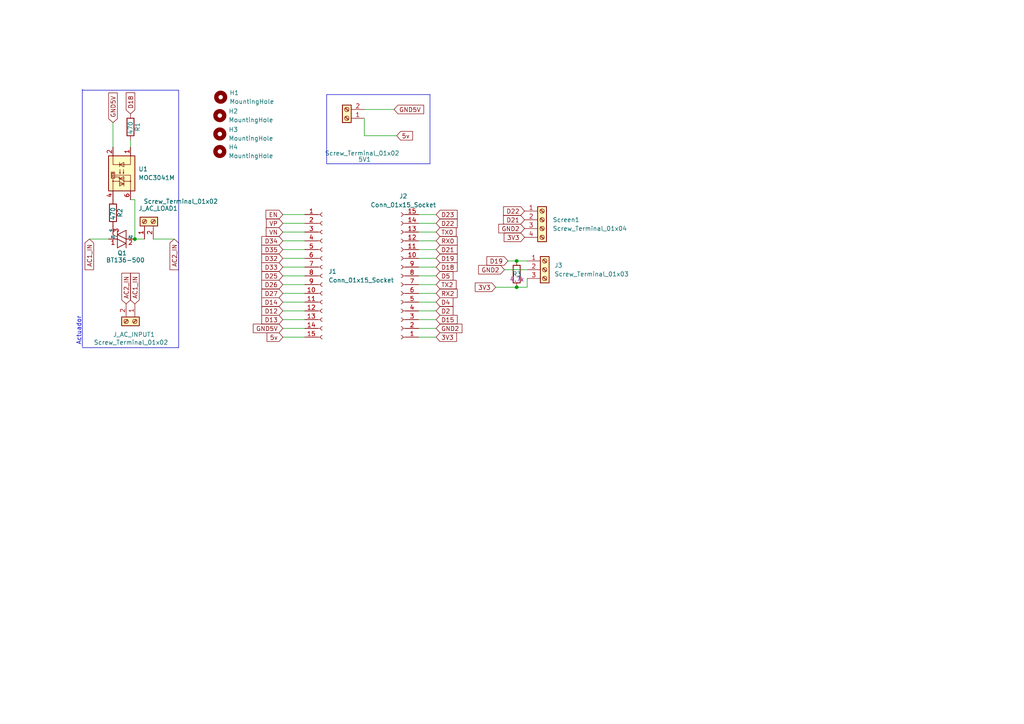
<source format=kicad_sch>
(kicad_sch (version 20230121) (generator eeschema)
  (paper "A4")
  (lib_symbols
    (symbol "Connector:Conn_01x15_Socket" (pin_names (offset 1.016) hide)
      (property "Reference" "J" (at 0 20.32 0))
      (property "Value" "Conn_01x15_Socket" (at 0 -20.32 0))
      (symbol "Conn_01x15_Socket_1_1"
        (arc (start 0 -17.272) (mid -0.5058 -17.78) (end 0 -18.288) (stroke (width 0.1524)))
        (arc (start 0 -14.732) (mid -0.5058 -15.24) (end 0 -15.748) (stroke (width 0.1524)))
        (arc (start 0 -12.192) (mid -0.5058 -12.7) (end 0 -13.208) (stroke (width 0.1524)))
        (arc (start 0 -9.652) (mid -0.5058 -10.16) (end 0 -10.668) (stroke (width 0.1524)))
        (arc (start 0 -7.112) (mid -0.5058 -7.62) (end 0 -8.128) (stroke (width 0.1524)))
        (arc (start 0 -4.572) (mid -0.5058 -5.08) (end 0 -5.588) (stroke (width 0.1524)))
        (arc (start 0 -2.032) (mid -0.5058 -2.54) (end 0 -3.048) (stroke (width 0.1524)))
        (polyline (pts (xy -1.27 -17.78) (xy -0.508 -17.78)) (stroke (width 0.1524)))
        (polyline (pts (xy -1.27 -15.24) (xy -0.508 -15.24)) (stroke (width 0.1524)))
        (polyline (pts (xy -1.27 -12.7) (xy -0.508 -12.7)) (stroke (width 0.1524)))
        (polyline (pts (xy -1.27 -10.16) (xy -0.508 -10.16)) (stroke (width 0.1524)))
        (polyline (pts (xy -1.27 -7.62) (xy -0.508 -7.62)) (stroke (width 0.1524)))
        (polyline (pts (xy -1.27 -5.08) (xy -0.508 -5.08)) (stroke (width 0.1524)))
        (polyline (pts (xy -1.27 -2.54) (xy -0.508 -2.54)) (stroke (width 0.1524)))
        (polyline (pts (xy -1.27 0) (xy -0.508 0)) (stroke (width 0.1524)))
        (polyline (pts (xy -1.27 2.54) (xy -0.508 2.54)) (stroke (width 0.1524)))
        (polyline (pts (xy -1.27 5.08) (xy -0.508 5.08)) (stroke (width 0.1524)))
        (polyline (pts (xy -1.27 7.62) (xy -0.508 7.62)) (stroke (width 0.1524)))
        (polyline (pts (xy -1.27 10.16) (xy -0.508 10.16)) (stroke (width 0.1524)))
        (polyline (pts (xy -1.27 12.7) (xy -0.508 12.7)) (stroke (width 0.1524)))
        (polyline (pts (xy -1.27 15.24) (xy -0.508 15.24)) (stroke (width 0.1524)))
        (polyline (pts (xy -1.27 17.78) (xy -0.508 17.78)) (stroke (width 0.1524)))
        (arc (start 0 0.508) (mid -0.5058 0) (end 0 -0.508) (stroke (width 0.1524)))
        (arc (start 0 3.048) (mid -0.5058 2.54) (end 0 2.032) (stroke (width 0.1524)))
        (arc (start 0 5.588) (mid -0.5058 5.08) (end 0 4.572) (stroke (width 0.1524)))
        (arc (start 0 8.128) (mid -0.5058 7.62) (end 0 7.112) (stroke (width 0.1524)))
        (arc (start 0 10.668) (mid -0.5058 10.16) (end 0 9.652) (stroke (width 0.1524)))
        (arc (start 0 13.208) (mid -0.5058 12.7) (end 0 12.192) (stroke (width 0.1524)))
        (arc (start 0 15.748) (mid -0.5058 15.24) (end 0 14.732) (stroke (width 0.1524)))
        (arc (start 0 18.288) (mid -0.5058 17.78) (end 0 17.272) (stroke (width 0.1524)))
        (pin passive line (at -5.08 17.78 0) (length 3.81) (name "Pin_1") (number "1"))
        (pin passive line (at -5.08 -5.08 0) (length 3.81) (name "Pin_10") (number "10"))
        (pin passive line (at -5.08 -7.62 0) (length 3.81) (name "Pin_11") (number "11"))
        (pin passive line (at -5.08 -10.16 0) (length 3.81) (name "Pin_12") (number "12"))
        (pin passive line (at -5.08 -12.7 0) (length 3.81) (name "Pin_13") (number "13"))
        (pin passive line (at -5.08 -15.24 0) (length 3.81) (name "Pin_14") (number "14"))
        (pin passive line (at -5.08 -17.78 0) (length 3.81) (name "Pin_15") (number "15"))
        (pin passive line (at -5.08 15.24 0) (length 3.81) (name "Pin_2") (number "2"))
        (pin passive line (at -5.08 12.7 0) (length 3.81) (name "Pin_3") (number "3"))
        (pin passive line (at -5.08 10.16 0) (length 3.81) (name "Pin_4") (number "4"))
        (pin passive line (at -5.08 7.62 0) (length 3.81) (name "Pin_5") (number "5"))
        (pin passive line (at -5.08 5.08 0) (length 3.81) (name "Pin_6") (number "6"))
        (pin passive line (at -5.08 2.54 0) (length 3.81) (name "Pin_7") (number "7"))
        (pin passive line (at -5.08 0 0) (length 3.81) (name "Pin_8") (number "8"))
        (pin passive line (at -5.08 -2.54 0) (length 3.81) (name "Pin_9") (number "9"))
      )
    )
    (symbol "Connector:Screw_Terminal_01x02" (pin_names (offset 1.016) hide)
      (property "Reference" "J" (at 0 2.54 0))
      (property "Value" "Screw_Terminal_01x02" (at 0 -5.08 0))
      (symbol "Screw_Terminal_01x02_1_1"
        (rectangle (start -1.27 1.27) (end 1.27 -3.81) (stroke (width 0.254)) (fill (type background)))
        (circle (center 0 -2.54) (radius 0.635) (stroke (width 0.1524)))
        (polyline (pts (xy -0.5334 -2.2098) (xy 0.3302 -3.048)) (stroke (width 0.1524)))
        (polyline (pts (xy -0.5334 0.3302) (xy 0.3302 -0.508)) (stroke (width 0.1524)))
        (polyline (pts (xy -0.3556 -2.032) (xy 0.508 -2.8702)) (stroke (width 0.1524)))
        (polyline (pts (xy -0.3556 0.508) (xy 0.508 -0.3302)) (stroke (width 0.1524)))
        (circle (center 0 0) (radius 0.635) (stroke (width 0.1524)))
        (pin passive line (at -5.08 0 0) (length 3.81) (name "Pin_1") (number "1"))
        (pin passive line (at -5.08 -2.54 0) (length 3.81) (name "Pin_2") (number "2"))
      )
    )
    (symbol "Connector:Screw_Terminal_01x03" (pin_names (offset 1.016) hide)
      (property "Reference" "J" (at 0 5.08 0))
      (property "Value" "Screw_Terminal_01x03" (at 0 -5.08 0))
      (symbol "Screw_Terminal_01x03_1_1"
        (rectangle (start -1.27 3.81) (end 1.27 -3.81) (stroke (width 0.254)) (fill (type background)))
        (circle (center 0 -2.54) (radius 0.635) (stroke (width 0.1524)))
        (polyline (pts (xy -0.5334 -2.2098) (xy 0.3302 -3.048)) (stroke (width 0.1524)))
        (polyline (pts (xy -0.5334 0.3302) (xy 0.3302 -0.508)) (stroke (width 0.1524)))
        (polyline (pts (xy -0.5334 2.8702) (xy 0.3302 2.032)) (stroke (width 0.1524)))
        (polyline (pts (xy -0.3556 -2.032) (xy 0.508 -2.8702)) (stroke (width 0.1524)))
        (polyline (pts (xy -0.3556 0.508) (xy 0.508 -0.3302)) (stroke (width 0.1524)))
        (polyline (pts (xy -0.3556 3.048) (xy 0.508 2.2098)) (stroke (width 0.1524)))
        (circle (center 0 0) (radius 0.635) (stroke (width 0.1524)))
        (circle (center 0 2.54) (radius 0.635) (stroke (width 0.1524)))
        (pin passive line (at -5.08 2.54 0) (length 3.81) (name "Pin_1") (number "1"))
        (pin passive line (at -5.08 0 0) (length 3.81) (name "Pin_2") (number "2"))
        (pin passive line (at -5.08 -2.54 0) (length 3.81) (name "Pin_3") (number "3"))
      )
    )
    (symbol "Connector:Screw_Terminal_01x04" (pin_names (offset 1.016) hide)
      (property "Reference" "J" (at 0 5.08 0))
      (property "Value" "Screw_Terminal_01x04" (at 0 -7.62 0))
      (symbol "Screw_Terminal_01x04_1_1"
        (rectangle (start -1.27 3.81) (end 1.27 -6.35) (stroke (width 0.254)) (fill (type background)))
        (circle (center 0 -5.08) (radius 0.635) (stroke (width 0.1524)))
        (circle (center 0 -2.54) (radius 0.635) (stroke (width 0.1524)))
        (polyline (pts (xy -0.5334 -4.7498) (xy 0.3302 -5.588)) (stroke (width 0.1524)))
        (polyline (pts (xy -0.5334 -2.2098) (xy 0.3302 -3.048)) (stroke (width 0.1524)))
        (polyline (pts (xy -0.5334 0.3302) (xy 0.3302 -0.508)) (stroke (width 0.1524)))
        (polyline (pts (xy -0.5334 2.8702) (xy 0.3302 2.032)) (stroke (width 0.1524)))
        (polyline (pts (xy -0.3556 -4.572) (xy 0.508 -5.4102)) (stroke (width 0.1524)))
        (polyline (pts (xy -0.3556 -2.032) (xy 0.508 -2.8702)) (stroke (width 0.1524)))
        (polyline (pts (xy -0.3556 0.508) (xy 0.508 -0.3302)) (stroke (width 0.1524)))
        (polyline (pts (xy -0.3556 3.048) (xy 0.508 2.2098)) (stroke (width 0.1524)))
        (circle (center 0 0) (radius 0.635) (stroke (width 0.1524)))
        (circle (center 0 2.54) (radius 0.635) (stroke (width 0.1524)))
        (pin passive line (at -5.08 2.54 0) (length 3.81) (name "Pin_1") (number "1"))
        (pin passive line (at -5.08 0 0) (length 3.81) (name "Pin_2") (number "2"))
        (pin passive line (at -5.08 -2.54 0) (length 3.81) (name "Pin_3") (number "3"))
        (pin passive line (at -5.08 -5.08 0) (length 3.81) (name "Pin_4") (number "4"))
      )
    )
    (symbol "Device:R" (pin_numbers hide) (pin_names (offset 0))
      (property "Reference" "R" (at 2.032 0 90))
      (property "Value" "R" (at 0 0 90))
      (symbol "R_0_1"
        (rectangle (start -1.016 -2.54) (end 1.016 2.54) (stroke (width 0.254)))
      )
      (symbol "R_1_1"
        (pin passive line (at 0 3.81 270) (length 1.27) (name "~") (number "1"))
        (pin passive line (at 0 -3.81 90) (length 1.27) (name "~") (number "2"))
      )
    )
    (symbol "Mechanical:MountingHole" (pin_names (offset 1.016))
      (property "Reference" "H" (at 0 5.08 0))
      (property "Value" "MountingHole" (at 0 3.175 0))
      (symbol "MountingHole_0_1"
        (circle (center 0 0) (radius 1.27) (stroke (width 1.27)))
      )
    )
    (symbol "PCM_4ms_Resistor:4.7k_0603" (pin_numbers hide) (pin_names (offset 0))
      (property "Reference" "R" (at 2.032 0 90))
      (property "Display" "4.7k" (at 3.81 0 90))
      (symbol "4.7k_0603_0_1"
        (rectangle (start -1.016 -2.54) (end 1.016 2.54) (stroke (width 0.254)))
      )
      (symbol "4.7k_0603_1_1"
        (pin passive line (at 0 3.81 270) (length 1.27) (name "~") (number "1"))
        (pin passive line (at 0 -3.81 90) (length 1.27) (name "~") (number "2"))
      )
    )
    (symbol "Relay_SolidState:MOC3041M"
      (property "Reference" "U" (at -5.08 5.08 0))
      (property "Value" "MOC3041M" (at 0 5.08 0))
      (symbol "MOC3041M_0_0"
        (rectangle (start -0.381 -2.032) (end 1.397 -3.048))
        (polyline (pts (xy 2.286 -2.54) (xy 1.397 -2.54)))
        (polyline (pts (xy 1.524 -0.635) (xy 1.016 -1.016) (xy 1.016 -2.032)))
        (text "ZCD" (at 0.508 -2.54 0) (effects (font (size 0.508 0.508))))
      )
      (symbol "MOC3041M_0_1"
        (rectangle (start -5.08 3.81) (end 5.08 -3.81) (stroke (width 0.254)) (fill (type background)))
        (polyline (pts (xy -3.175 -0.635) (xy -1.905 -0.635)))
        (polyline (pts (xy 1.524 -0.635) (xy 1.524 0.635)))
        (polyline (pts (xy 3.048 0.635) (xy 3.048 -0.635)))
        (polyline (pts (xy 2.286 -0.635) (xy 2.286 -2.54) (xy 5.08 -2.54)))
        (polyline (pts (xy 2.286 0.635) (xy 2.286 2.54) (xy 5.08 2.54)))
        (polyline (pts (xy 2.286 2.54) (xy 0.508 2.54) (xy 0.508 -2.032)))
        (polyline (pts (xy -5.08 2.54) (xy -2.54 2.54) (xy -2.54 -2.54) (xy -5.08 -2.54)))
        (polyline (pts (xy -2.54 -0.635) (xy -3.175 0.635) (xy -1.905 0.635) (xy -2.54 -0.635)))
        (polyline (pts (xy 0.889 -0.635) (xy 3.683 -0.635) (xy 3.048 0.635) (xy 2.413 -0.635)))
        (polyline (pts (xy 3.683 0.635) (xy 0.889 0.635) (xy 1.524 -0.635) (xy 2.159 0.635)))
        (polyline (pts (xy -1.143 -0.508) (xy 0.127 -0.508) (xy -0.254 -0.635) (xy -0.254 -0.381) (xy 0.127 -0.508)))
        (polyline (pts (xy -1.143 0.508) (xy 0.127 0.508) (xy -0.254 0.381) (xy -0.254 0.635) (xy 0.127 0.508)))
        (circle (center 2.286 -2.54) (radius 0.127))
        (circle (center 2.286 2.54) (radius 0.127))
      )
      (symbol "MOC3041M_1_1"
        (pin passive line (at -7.62 2.54 0) (length 2.54) (name "~") (number "1"))
        (pin passive line (at -7.62 -2.54 0) (length 2.54) (name "~") (number "2"))
        (pin no_connect line (at -5.08 0 0) (length 2.54) hide (name "NC") (number "3"))
        (pin passive line (at 7.62 -2.54 180) (length 2.54) (name "~") (number "4"))
        (pin no_connect line (at 5.08 0 180) (length 2.54) hide (name "NC") (number "5"))
        (pin passive line (at 7.62 2.54 180) (length 2.54) (name "~") (number "6"))
      )
    )
    (symbol "Triac_Thyristor:BT136-500" (pin_names (offset 0))
      (property "Reference" "Q" (at 5.08 1.905 0))
      (property "Value" "BT136-500" (at 5.08 0 0))
      (symbol "BT136-500_0_1"
        (polyline (pts (xy -2.54 -1.27) (xy 2.54 -1.27)) (stroke (width 0.2032)))
        (polyline (pts (xy -2.54 1.27) (xy 2.54 1.27)) (stroke (width 0.2032)))
        (polyline (pts (xy -1.27 -2.54) (xy -0.635 -1.27)))
        (polyline (pts (xy -2.54 1.27) (xy -1.27 -1.27) (xy 0 1.27)) (stroke (width 0.2032)))
        (polyline (pts (xy 0 -1.27) (xy 1.27 1.27) (xy 2.54 -1.27)) (stroke (width 0.2032)))
      )
      (symbol "BT136-500_1_1"
        (pin passive line (at 0 -3.81 90) (length 2.54) (name "A1") (number "1"))
        (pin passive line (at 0 3.81 270) (length 2.54) (name "A2") (number "2"))
        (pin input line (at -3.81 -2.54 0) (length 2.54) (name "G") (number "3"))
      )
    )
  )
  (junction (at 149.86 75.692))
  (junction (at 39.116 69.342))
  (junction (at 149.86 83.312))
  (wire (pts (xy 121.412 64.77) (xy 126.492 64.77)))
  (wire (pts (xy 82.042 95.25) (xy 88.392 95.25)))
  (polyline (pts (xy 94.742 27.432) (xy 94.742 47.498)))
  (wire (pts (xy 121.412 82.55) (xy 126.492 82.55)))
  (wire (pts (xy 82.042 80.01) (xy 88.392 80.01)))
  (polyline (pts (xy 51.816 100.838) (xy 51.816 26.162)))
  (wire (pts (xy 121.412 77.47) (xy 126.492 77.47)))
  (wire (pts (xy 82.042 67.31) (xy 88.392 67.31)))
  (wire (pts (xy 121.412 97.79) (xy 126.492 97.79)))
  (wire (pts (xy 121.412 72.39) (xy 126.492 72.39)))
  (wire (pts (xy 121.412 69.85) (xy 126.492 69.85)))
  (wire (pts (xy 149.86 75.692) (xy 152.908 75.692)))
  (wire (pts (xy 37.846 40.64) (xy 37.846 42.672)))
  (wire (pts (xy 82.042 72.39) (xy 88.392 72.39)))
  (wire (pts (xy 147.32 75.692) (xy 149.86 75.692)))
  (polyline (pts (xy 94.742 27.432) (xy 124.714 27.432)))
  (wire (pts (xy 121.412 74.93) (xy 126.492 74.93)))
  (wire (pts (xy 121.412 80.01) (xy 126.492 80.01)))
  (wire (pts (xy 121.412 85.09) (xy 126.492 85.09)))
  (wire (pts (xy 105.664 39.37) (xy 115.062 39.37)))
  (polyline (pts (xy 23.876 100.584) (xy 23.876 25.908)))
  (wire (pts (xy 82.042 87.63) (xy 88.392 87.63)))
  (wire (pts (xy 152.908 78.232) (xy 146.304 78.232)))
  (wire (pts (xy 82.042 64.77) (xy 88.392 64.77)))
  (wire (pts (xy 25.908 69.342) (xy 31.496 69.342)))
  (wire (pts (xy 82.042 77.47) (xy 88.392 77.47)))
  (polyline (pts (xy 51.816 26.162) (xy 23.876 26.162)))
  (polyline (pts (xy 124.714 47.498) (xy 94.742 47.498)))
  (wire (pts (xy 32.766 35.56) (xy 32.766 42.672)))
  (wire (pts (xy 82.042 74.93) (xy 88.392 74.93)))
  (wire (pts (xy 105.664 31.75) (xy 114.3 31.75)))
  (wire (pts (xy 82.042 85.09) (xy 88.392 85.09)))
  (wire (pts (xy 82.042 90.17) (xy 88.392 90.17)))
  (wire (pts (xy 39.116 69.342) (xy 41.91 69.342)))
  (wire (pts (xy 121.412 62.23) (xy 126.492 62.23)))
  (wire (pts (xy 82.042 82.55) (xy 88.392 82.55)))
  (wire (pts (xy 105.664 39.37) (xy 105.664 34.29)))
  (wire (pts (xy 82.042 92.71) (xy 88.392 92.71)))
  (wire (pts (xy 44.45 69.342) (xy 50.546 69.342)))
  (wire (pts (xy 82.042 62.23) (xy 88.392 62.23)))
  (wire (pts (xy 39.116 57.912) (xy 39.116 69.342)))
  (wire (pts (xy 149.86 83.312) (xy 152.908 83.312)))
  (wire (pts (xy 121.412 92.71) (xy 126.492 92.71)))
  (wire (pts (xy 121.412 87.63) (xy 126.492 87.63)))
  (wire (pts (xy 82.042 69.85) (xy 88.392 69.85)))
  (wire (pts (xy 121.412 95.25) (xy 126.492 95.25)))
  (wire (pts (xy 121.412 90.17) (xy 126.492 90.17)))
  (wire (pts (xy 143.764 83.312) (xy 149.86 83.312)))
  (polyline (pts (xy 124.714 27.432) (xy 124.714 47.498)))
  (wire (pts (xy 152.908 83.312) (xy 152.908 80.772)))
  (polyline (pts (xy 23.876 100.838) (xy 51.816 100.838)))
  (wire (pts (xy 121.412 67.31) (xy 126.492 67.31)))
  (wire (pts (xy 37.846 57.912) (xy 39.116 57.912)))
  (wire (pts (xy 82.042 97.79) (xy 88.392 97.79)))
  (text "Actuador\n" (at 23.622 91.694 90) (effects (font (size 1.27 1.27)) (justify right bottom)))
  (global_label "GND5V" (shape input) (at 114.3 31.75 0) (property "Intersheetrefs" "${INTERSHEET_REFS}" (effects hide)))
  (global_label "D22" (shape input) (at 152.146 61.214 180) (property "Intersheetrefs" "${INTERSHEET_REFS}" (effects hide)))
  (global_label "GND2" (shape input) (at 126.492 95.25 0) (property "Intersheetrefs" "${INTERSHEET_REFS}" (effects hide)))
  (global_label "D18" (shape input) (at 126.492 77.47 0) (property "Intersheetrefs" "${INTERSHEET_REFS}" (effects hide)))
  (global_label "D15" (shape input) (at 126.492 92.71 0) (property "Intersheetrefs" "${INTERSHEET_REFS}" (effects hide)))
  (global_label "AC2_IN" (shape input) (at 36.576 88.138 90) (property "Intersheetrefs" "${INTERSHEET_REFS}" (effects hide)))
  (global_label "D18" (shape input) (at 37.846 33.02 90) (property "Intersheetrefs" "${INTERSHEET_REFS}" (effects hide)))
  (global_label "5v" (shape input) (at 115.062 39.37 0) (property "Intersheetrefs" "${INTERSHEET_REFS}" (effects hide)))
  (global_label "D22" (shape input) (at 126.492 64.77 0) (property "Intersheetrefs" "${INTERSHEET_REFS}" (effects hide)))
  (global_label "GND2" (shape input) (at 146.304 78.232 180) (property "Intersheetrefs" "${INTERSHEET_REFS}" (effects hide)))
  (global_label "D23" (shape input) (at 126.492 62.23 0) (property "Intersheetrefs" "${INTERSHEET_REFS}" (effects hide)))
  (global_label "D5" (shape input) (at 126.492 80.01 0) (property "Intersheetrefs" "${INTERSHEET_REFS}" (effects hide)))
  (global_label "D34" (shape input) (at 82.042 69.85 180) (property "Intersheetrefs" "${INTERSHEET_REFS}" (effects hide)))
  (global_label "5v" (shape input) (at 82.042 97.79 180) (property "Intersheetrefs" "${INTERSHEET_REFS}" (effects hide)))
  (global_label "3V3" (shape input) (at 143.764 83.312 180) (property "Intersheetrefs" "${INTERSHEET_REFS}" (effects hide)))
  (global_label "D13" (shape input) (at 82.042 92.71 180) (property "Intersheetrefs" "${INTERSHEET_REFS}" (effects hide)))
  (global_label "3V3" (shape input) (at 126.492 97.79 0) (property "Intersheetrefs" "${INTERSHEET_REFS}" (effects hide)))
  (global_label "D14" (shape input) (at 82.042 87.63 180) (property "Intersheetrefs" "${INTERSHEET_REFS}" (effects hide)))
  (global_label "D4" (shape input) (at 126.492 87.63 0) (property "Intersheetrefs" "${INTERSHEET_REFS}" (effects hide)))
  (global_label "GND5V" (shape input) (at 32.766 35.56 90) (property "Intersheetrefs" "${INTERSHEET_REFS}" (effects hide)))
  (global_label "D21" (shape input) (at 152.146 63.754 180) (property "Intersheetrefs" "${INTERSHEET_REFS}" (effects hide)))
  (global_label "D19" (shape input) (at 126.492 74.93 0) (property "Intersheetrefs" "${INTERSHEET_REFS}" (effects hide)))
  (global_label "D32" (shape input) (at 82.042 74.93 180) (property "Intersheetrefs" "${INTERSHEET_REFS}" (effects hide)))
  (global_label "RX0" (shape input) (at 126.492 69.85 0) (property "Intersheetrefs" "${INTERSHEET_REFS}" (effects hide)))
  (global_label "EN" (shape input) (at 82.042 62.23 180) (property "Intersheetrefs" "${INTERSHEET_REFS}" (effects hide)))
  (global_label "D33" (shape input) (at 82.042 77.47 180) (property "Intersheetrefs" "${INTERSHEET_REFS}" (effects hide)))
  (global_label "D21" (shape input) (at 126.492 72.39 0) (property "Intersheetrefs" "${INTERSHEET_REFS}" (effects hide)))
  (global_label "D35" (shape input) (at 82.042 72.39 180) (property "Intersheetrefs" "${INTERSHEET_REFS}" (effects hide)))
  (global_label "TX2" (shape input) (at 126.492 82.55 0) (property "Intersheetrefs" "${INTERSHEET_REFS}" (effects hide)))
  (global_label "3V3" (shape input) (at 152.146 68.834 180) (property "Intersheetrefs" "${INTERSHEET_REFS}" (effects hide)))
  (global_label "D25" (shape input) (at 82.042 80.01 180) (property "Intersheetrefs" "${INTERSHEET_REFS}" (effects hide)))
  (global_label "RX2" (shape input) (at 126.492 85.09 0) (property "Intersheetrefs" "${INTERSHEET_REFS}" (effects hide)))
  (global_label "D2" (shape input) (at 126.492 90.17 0) (property "Intersheetrefs" "${INTERSHEET_REFS}" (effects hide)))
  (global_label "D12" (shape input) (at 82.042 90.17 180) (property "Intersheetrefs" "${INTERSHEET_REFS}" (effects hide)))
  (global_label "D26" (shape input) (at 82.042 82.55 180) (property "Intersheetrefs" "${INTERSHEET_REFS}" (effects hide)))
  (global_label "AC1_IN" (shape input) (at 39.116 88.138 90) (property "Intersheetrefs" "${INTERSHEET_REFS}" (effects hide)))
  (global_label "D19" (shape input) (at 147.32 75.692 180) (property "Intersheetrefs" "${INTERSHEET_REFS}" (effects hide)))
  (global_label "D27" (shape input) (at 82.042 85.09 180) (property "Intersheetrefs" "${INTERSHEET_REFS}" (effects hide)))
  (global_label "AC2_IN" (shape input) (at 50.546 69.342 270) (property "Intersheetrefs" "${INTERSHEET_REFS}" (effects hide)))
  (global_label "VP" (shape input) (at 82.042 64.77 180) (property "Intersheetrefs" "${INTERSHEET_REFS}" (effects hide)))
  (global_label "GND5V" (shape input) (at 82.042 95.25 180) (property "Intersheetrefs" "${INTERSHEET_REFS}" (effects hide)))
  (global_label "VN" (shape input) (at 82.042 67.31 180) (property "Intersheetrefs" "${INTERSHEET_REFS}" (effects hide)))
  (global_label "AC1_IN" (shape input) (at 25.908 69.342 270) (property "Intersheetrefs" "${INTERSHEET_REFS}" (effects hide)))
  (global_label "GND2" (shape input) (at 152.146 66.294 180) (property "Intersheetrefs" "${INTERSHEET_REFS}" (effects hide)))
  (global_label "TX0" (shape input) (at 126.492 67.31 0) (property "Intersheetrefs" "${INTERSHEET_REFS}" (effects hide)))
  (symbol (lib_id "Device:R") (at 32.766 61.722 0) (unit 1)
    (property "Reference" "R2" (at 34.798 61.722 90))
    (property "Value" "470" (at 32.766 61.976 90))
    (property "Footprint" "Resistor_THT:R_Axial_DIN0204_L3.6mm_D1.6mm_P5.08mm_Vertical" (effects hide))
  )
  (symbol (lib_id "Connector:Screw_Terminal_01x02") (at 39.116 93.218 270) (unit 1)
    (property "Reference" "J_AC_INPUT1" (at 32.766 97.028 90) (effects (justify left)))
    (property "Value" "Screw_Terminal_01x02" (at 27.178 99.314 90) (effects (justify left)))
    (property "Footprint" "TerminalBlock:TerminalBlock_Altech_AK300-2_P5.00mm" (effects hide))
  )
  (symbol (lib_id "Connector:Screw_Terminal_01x02") (at 100.584 34.29 180) (unit 1)
    (property "Reference" "5V1" (at 103.886 46.228 0) (effects (justify right)))
    (property "Value" "Screw_Terminal_01x02" (at 94.234 44.45 0) (effects (justify right)))
    (property "Footprint" "TerminalBlock:TerminalBlock_Altech_AK300-2_P5.00mm" (effects hide))
  )
  (symbol (lib_id "Connector:Conn_01x15_Socket") (at 116.332 80.01 180) (unit 1)
    (property "Reference" "J2" (at 116.967 56.896 0))
    (property "Value" "Conn_01x15_Socket" (at 116.967 59.436 0))
    (property "Footprint" "Connector_PinHeader_2.54mm:PinHeader_1x15_P2.54mm_Vertical" (effects hide))
  )
  (symbol (lib_id "Mechanical:MountingHole") (at 64.008 28.194 0) (unit 1)
    (property "Reference" "H1" (at 66.548 26.9239 0) (effects (justify left)))
    (property "Value" "MountingHole" (at 66.548 29.4639 0) (effects (justify left)))
    (property "Footprint" "MountingHole:MountingHole_2.7mm_M2.5_Pad" (effects hide))
  )
  (symbol (lib_id "Connector:Screw_Terminal_01x03") (at 157.988 78.232 0) (unit 1)
    (property "Reference" "J3" (at 160.782 76.962 0) (effects (justify left)))
    (property "Value" "Screw_Terminal_01x03" (at 160.782 79.502 0) (effects (justify left)))
    (property "Footprint" "TerminalBlock:TerminalBlock_Altech_AK300-3_P5.00mm" (effects hide))
  )
  (symbol (lib_id "Mechanical:MountingHole") (at 63.754 38.862 0) (unit 1)
    (property "Reference" "H3" (at 66.294 37.5919 0) (effects (justify left)))
    (property "Value" "MountingHole" (at 66.294 40.1319 0) (effects (justify left)))
    (property "Footprint" "MountingHole:MountingHole_2.7mm_M2.5_Pad" (effects hide))
  )
  (symbol (lib_id "Connector:Screw_Terminal_01x04") (at 157.226 63.754 0) (unit 1)
    (property "Reference" "Screen1" (at 160.274 63.754 0) (effects (justify left)))
    (property "Value" "Screw_Terminal_01x04" (at 160.274 66.294 0) (effects (justify left)))
    (property "Footprint" "TerminalBlock:TerminalBlock_Altech_AK300-4_P5.00mm" (effects hide))
  )
  (symbol (lib_id "Connector:Conn_01x15_Socket") (at 93.472 80.01 0) (unit 1)
    (property "Reference" "J1" (at 95.25 78.74 0) (effects (justify left)))
    (property "Value" "Conn_01x15_Socket" (at 95.25 81.28 0) (effects (justify left)))
    (property "Footprint" "Connector_PinHeader_2.54mm:PinHeader_1x15_P2.54mm_Vertical" (effects hide))
  )
  (symbol (lib_id "Device:R") (at 37.846 36.83 0) (unit 1)
    (property "Reference" "R1" (at 39.878 36.83 90))
    (property "Value" "470" (at 37.846 37.084 90))
    (property "Footprint" "Resistor_THT:R_Axial_DIN0204_L3.6mm_D1.6mm_P5.08mm_Vertical" (effects hide))
  )
  (symbol (lib_id "Relay_SolidState:MOC3041M") (at 35.306 50.292 270) (unit 1)
    (property "Reference" "U1" (at 40.132 49.022 90) (effects (justify left)))
    (property "Value" "MOC3041M" (at 40.132 51.562 90) (effects (justify left)))
    (property "Footprint" "esp32:PDIP6_6P6X8P89_ONS" (effects hide))
    (property "Datasheet" "https://www.onsemi.com/pub/Collateral/MOC3043M-D.pdf" (effects hide))
  )
  (symbol (lib_id "Mechanical:MountingHole") (at 63.754 33.528 0) (unit 1)
    (property "Reference" "H2" (at 66.294 32.2579 0) (effects (justify left)))
    (property "Value" "MountingHole" (at 66.294 34.7979 0) (effects (justify left)))
    (property "Footprint" "MountingHole:MountingHole_2.7mm_M2.5_Pad" (effects hide))
  )
  (symbol (lib_id "Mechanical:MountingHole") (at 63.754 43.942 0) (unit 1)
    (property "Reference" "H4" (at 66.294 42.6719 0) (effects (justify left)))
    (property "Value" "MountingHole" (at 66.294 45.2119 0) (effects (justify left)))
    (property "Footprint" "MountingHole:MountingHole_2.7mm_M2.5_Pad" (effects hide))
  )
  (symbol (lib_id "PCM_4ms_Resistor:4.7k_0603") (at 149.86 79.502 0) (unit 1)
    (property "Reference" "R3" (at 148.59 79.502 0) (effects (justify left)))
    (property "Value" "4.7k_0603" (effects hide))
    (property "Footprint" "Resistor_THT:R_Axial_DIN0204_L3.6mm_D1.6mm_P7.62mm_Horizontal" (effects hide))
    (property "Specifications" "4k7, 1%, 1/10W, 0603" (effects hide))
    (property "Manufacturer" "Yageo" (effects hide))
    (property "Part Number" "RC0603FR-074K7L" (effects hide))
    (property "Display" "4.7k" (at 147.828 81.026 0) (effects (justify left)))
    (property "JLCPCB ID" "C23162" (effects hide))
  )
  (symbol (lib_id "Triac_Thyristor:BT136-500") (at 35.306 69.342 270) (unit 1)
    (property "Reference" "Q1" (at 34.036 73.406 90) (effects (justify left)))
    (property "Value" "BT136-500" (at 30.734 75.438 90) (effects (justify left)))
    (property "Footprint" "Package_TO_SOT_THT:TO-220-3_Vertical" (effects hide))
    (property "Datasheet" "http://www.micropik.com/PDF/BT136-600.pdf" (effects hide))
  )
  (symbol (lib_id "Connector:Screw_Terminal_01x02") (at 41.91 64.262 90) (unit 1)
    (property "Reference" "J_AC_LOAD1" (at 51.562 60.452 90) (effects (justify left)))
    (property "Value" "Screw_Terminal_01x02" (at 63.246 58.42 90) (effects (justify left)))
    (property "Footprint" "TerminalBlock:TerminalBlock_Altech_AK300-2_P5.00mm" (effects hide))
  )
)
</source>
